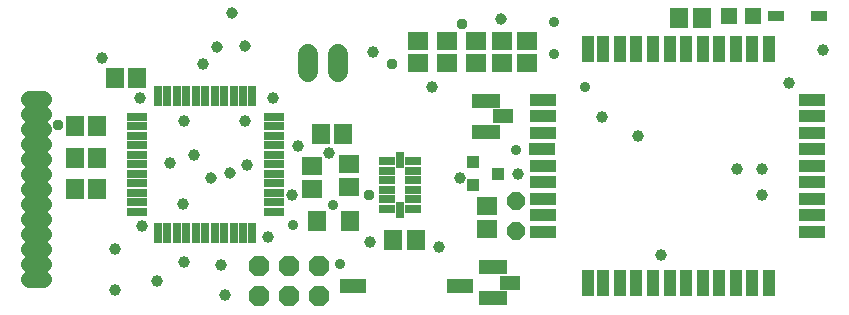
<source format=gts>
G75*
%MOIN*%
%OFA0B0*%
%FSLAX25Y25*%
%IPPOS*%
%LPD*%
%AMOC8*
5,1,8,0,0,1.08239X$1,22.5*
%
%ADD10R,0.05918X0.06706*%
%ADD11R,0.06706X0.05918*%
%ADD12R,0.06312X0.07099*%
%ADD13R,0.02769X0.06706*%
%ADD14R,0.06706X0.02769*%
%ADD15OC8,0.06800*%
%ADD16R,0.05224X0.02769*%
%ADD17R,0.02769X0.05224*%
%ADD18C,0.05556*%
%ADD19C,0.06800*%
%ADD20R,0.08700X0.05100*%
%ADD21R,0.03950X0.08674*%
%ADD22R,0.08674X0.03950*%
%ADD23R,0.05524X0.03556*%
%ADD24OC8,0.06000*%
%ADD25R,0.04343X0.03950*%
%ADD26R,0.05524X0.05524*%
%ADD27R,0.09461X0.04737*%
%ADD28R,0.06509X0.04737*%
%ADD29C,0.03700*%
%ADD30C,0.03900*%
%ADD31C,0.03581*%
%ADD32C,0.03850*%
D10*
X0039122Y0050968D03*
X0046602Y0050968D03*
X0046594Y0061187D03*
X0039114Y0061187D03*
X0039114Y0072111D03*
X0046594Y0072111D03*
X0052515Y0088030D03*
X0059996Y0088030D03*
X0121104Y0069306D03*
X0128585Y0069306D03*
X0145261Y0034040D03*
X0152741Y0034040D03*
X0240640Y0107922D03*
X0248120Y0107922D03*
D11*
X0189780Y0100462D03*
X0181380Y0100462D03*
X0172980Y0100462D03*
X0163180Y0100462D03*
X0153380Y0100462D03*
X0153380Y0092982D03*
X0163180Y0092982D03*
X0172980Y0092982D03*
X0181380Y0092982D03*
X0189780Y0092982D03*
X0130649Y0059196D03*
X0118039Y0058533D03*
X0118039Y0051052D03*
X0130649Y0051715D03*
X0176480Y0045162D03*
X0176480Y0037682D03*
D12*
X0130793Y0040399D03*
X0119770Y0040399D03*
D13*
X0098330Y0036393D03*
X0095180Y0036393D03*
X0092031Y0036393D03*
X0088881Y0036393D03*
X0085732Y0036393D03*
X0082582Y0036393D03*
X0079432Y0036393D03*
X0076283Y0036393D03*
X0073133Y0036393D03*
X0069984Y0036393D03*
X0066834Y0036393D03*
X0066834Y0082062D03*
X0069984Y0082062D03*
X0073133Y0082062D03*
X0076283Y0082062D03*
X0079432Y0082062D03*
X0082582Y0082062D03*
X0085732Y0082062D03*
X0088881Y0082062D03*
X0092031Y0082062D03*
X0095180Y0082062D03*
X0098330Y0082062D03*
D14*
X0105417Y0074976D03*
X0105417Y0071826D03*
X0105417Y0068677D03*
X0105417Y0065527D03*
X0105417Y0062377D03*
X0105417Y0059228D03*
X0105417Y0056078D03*
X0105417Y0052929D03*
X0105417Y0049779D03*
X0105417Y0046629D03*
X0105417Y0043480D03*
X0059747Y0043480D03*
X0059747Y0046629D03*
X0059747Y0049779D03*
X0059747Y0052929D03*
X0059747Y0056078D03*
X0059747Y0059228D03*
X0059747Y0062377D03*
X0059747Y0065527D03*
X0059747Y0068677D03*
X0059747Y0071826D03*
X0059747Y0074976D03*
D15*
X0100406Y0025167D03*
X0110406Y0025167D03*
X0120406Y0025167D03*
X0120406Y0015167D03*
X0110406Y0015167D03*
X0100406Y0015167D03*
D16*
X0143060Y0044447D03*
X0143060Y0047596D03*
X0143060Y0050746D03*
X0143060Y0053895D03*
X0143060Y0057045D03*
X0143060Y0060195D03*
X0152021Y0060195D03*
X0152021Y0057045D03*
X0152021Y0053895D03*
X0152021Y0050746D03*
X0152021Y0047596D03*
X0151991Y0044447D03*
D17*
X0147540Y0044053D03*
X0147540Y0060588D03*
D18*
X0028471Y0020957D02*
X0023715Y0020957D01*
X0023715Y0025957D02*
X0028471Y0025957D01*
X0028471Y0030957D02*
X0023715Y0030957D01*
X0023715Y0035957D02*
X0028471Y0035957D01*
X0028471Y0040957D02*
X0023715Y0040957D01*
X0023715Y0045957D02*
X0028471Y0045957D01*
X0028471Y0050957D02*
X0023715Y0050957D01*
X0023715Y0055957D02*
X0028471Y0055957D01*
X0028471Y0060957D02*
X0023715Y0060957D01*
X0023715Y0065957D02*
X0028471Y0065957D01*
X0028471Y0070957D02*
X0023715Y0070957D01*
X0023715Y0075957D02*
X0028471Y0075957D01*
X0028471Y0080957D02*
X0023715Y0080957D01*
D19*
X0116979Y0090077D02*
X0116979Y0096077D01*
X0126979Y0096077D02*
X0126979Y0090077D01*
D20*
X0131988Y0018551D03*
X0167388Y0018551D03*
D21*
X0210337Y0019749D03*
X0215337Y0019749D03*
X0220849Y0019749D03*
X0226361Y0019749D03*
X0231873Y0019749D03*
X0237385Y0019749D03*
X0242897Y0019749D03*
X0248408Y0019749D03*
X0253920Y0019749D03*
X0259432Y0019749D03*
X0264944Y0019749D03*
X0270456Y0019749D03*
X0270456Y0097701D03*
X0264944Y0097701D03*
X0259432Y0097701D03*
X0253920Y0097701D03*
X0248408Y0097701D03*
X0242897Y0097701D03*
X0237385Y0097701D03*
X0231873Y0097701D03*
X0226361Y0097701D03*
X0220849Y0097701D03*
X0215337Y0097701D03*
X0210337Y0097701D03*
D22*
X0195259Y0080772D03*
X0195259Y0075260D03*
X0195259Y0069749D03*
X0195023Y0064237D03*
X0195259Y0058725D03*
X0195259Y0053213D03*
X0195259Y0047701D03*
X0195259Y0042189D03*
X0195259Y0036678D03*
X0285023Y0036678D03*
X0285023Y0042189D03*
X0285023Y0047701D03*
X0285023Y0053213D03*
X0285023Y0058725D03*
X0285023Y0064237D03*
X0285023Y0069749D03*
X0285023Y0075260D03*
X0285023Y0080772D03*
D23*
X0287363Y0108622D03*
X0272797Y0108622D03*
D24*
X0186280Y0047122D03*
X0186280Y0037122D03*
D25*
X0171843Y0052382D03*
X0180111Y0056122D03*
X0171843Y0059862D03*
D26*
X0257046Y0108622D03*
X0265314Y0108622D03*
D27*
X0176240Y0080467D03*
X0176240Y0070034D03*
X0178580Y0024949D03*
X0178580Y0014516D03*
D28*
X0184092Y0019752D03*
X0181752Y0075270D03*
D29*
X0144980Y0092522D03*
X0168080Y0105822D03*
X0137280Y0049122D03*
X0033680Y0072222D03*
D30*
X0060980Y0081322D03*
X0075680Y0073622D03*
X0095980Y0073622D03*
X0105080Y0081322D03*
X0081980Y0092522D03*
X0048122Y0094490D03*
X0113480Y0065222D03*
X0123980Y0063122D03*
X0096680Y0058922D03*
X0078780Y0062322D03*
X0070780Y0059622D03*
X0075280Y0046022D03*
X0061680Y0038622D03*
X0052580Y0030922D03*
X0066580Y0020422D03*
X0075480Y0026522D03*
X0087886Y0025593D03*
X0089067Y0015750D03*
X0052452Y0017325D03*
X0103680Y0035122D03*
X0111380Y0049122D03*
X0137492Y0033467D03*
X0160380Y0031622D03*
X0167380Y0054722D03*
X0186980Y0056122D03*
X0226880Y0068722D03*
X0214980Y0075022D03*
X0259780Y0057522D03*
X0268180Y0057522D03*
X0268180Y0049122D03*
X0234580Y0028822D03*
X0158280Y0084822D03*
X0138680Y0096722D03*
X0277280Y0086222D03*
X0288480Y0097422D03*
D31*
X0209287Y0084871D03*
X0198787Y0096071D03*
X0198787Y0106571D03*
X0186187Y0063871D03*
X0125287Y0045671D03*
X0111801Y0038878D03*
X0127649Y0025986D03*
D32*
X0084480Y0054622D03*
X0090980Y0056322D03*
X0086480Y0098322D03*
X0095980Y0098722D03*
X0091380Y0109522D03*
X0181180Y0107722D03*
M02*

</source>
